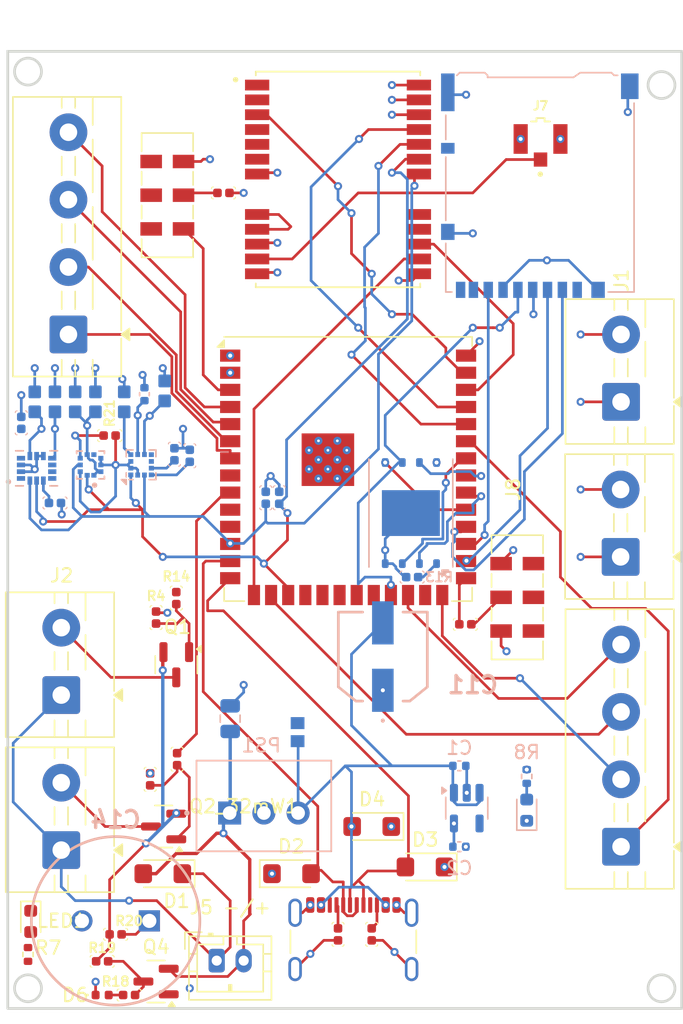
<source format=kicad_pcb>
(kicad_pcb (version 20241229) (generator "pcbnew") (generator_version "9.0")
  (layers (0 "F.Cu" signal) (4 "In1.Cu" power "3V3.Cu") (6 "In2.Cu" power "GND.Cu") (2 "B.Cu" signal) (13 "F.Paste" user) (15 "B.Paste" user) (5 "F.SilkS" user "F.Silkscreen") (7 "B.SilkS" user "B.Silkscreen") (1 "F.Mask" user) (3 "B.Mask" user) (25 "Edge.Cuts" user))
  (net 0 "")
  (net 1 "+5V")
  (net 4 "Net-(Boot1A-B)")
  (net 5 "+7.4V")
  (net 6 "Net-(ESP32S3-IO4)")
  (net 7 "GND")
  (net 8 "+3V3")
  (net 9 "Net-(Boot2A-B)")
  (net 10 "Net-(Boot2A-C)")
  (net 11 "Net-(ESP32S3-IO5)")
  (net 12 "Net-(ESP32S3-IO0)")
  (net 13 "Net-(ESP32S3-IO6)")
  (net 14 "/NEO-6M-GPS/SCL")
  (net 22 "Net-(PowerUpload1-CC2)")
  (net 24 "Net-(PowerUpload1-CC1)")
  (net 28 "/NEO-6M-GPS/SDA")
  (net 29 "/Storage/Digital_IN")
  (net 30 "Net-(ESP32S3-IO7)")
  (net 31 "/Storage/Digital_OUT")
  (net 33 "Net-(IMU6axis1-CS)")
  (net 34 "Net-(IMU6axis1-SDO{slash}SA0)")
  (net 35 "Net-(Magnometer1-SDO{slash}SA1)")
  (net 36 "Net-(Magnometer1-C1)")
  (net 37 "Net-(Magnometer1-~{CS})")
  (net 38 "Net-(BLINKY1-A)")
  (net 39 "Net-(J2-Pin_2)")
  (net 40 "Net-(J6-Pin_2)")
  (net 41 "Net-(OnLight1-A)")
  (net 42 "Net-(Q1-G)")
  (net 48 "/NEO-6M-GPS/GPS_RXD1")
  (net 50 "/NEO-6M-GPS/GPS_TXD1")
  (net 51 "/Storage/CLK")
  (net 52 "/USB_C_PORT/USB_D+")
  (net 53 "/PYRO_N_MOSFET_A1/Pyro")
  (net 54 "/USB_C_PORT/USB_D-")
  (net 55 "/Storage/DAT3{slash}CD")
  (net 57 "/Storage/DAT0")
  (net 58 "/Storage/HOLD{slash}RESET")
  (net 59 "/NEO-6M-GPS/GPS_MOSI")
  (net 60 "/NEO-6M-GPS/TIMEPULSE")
  (net 61 "/Storage/WP")
  (net 63 "/Storage/CMD")
  (net 64 "/NEO-6M-GPS/GPS_MISO")
  (net 65 "Net-(U6-RF_IN)")
  (net 66 "Net-(WSON-8-Flash1-~{CS})")
  (net 72 "Net-(U6-RSVD_8)")
  (net 74 "Net-(ESP32S3-IO46)")
  (net 75 "Net-(ESP32S3-IO47)")
  (net 76 "Net-(ESP32S3-IO45)")
  (net 77 "Net-(ESP32S3-IO42)")
  (net 78 "/LED")
  (net 79 "Net-(Q1-S)")
  (net 80 "Net-(Q2_32mW1-G)")
  (net 81 "Net-(Q4-D)")
  (net 82 "/PYRO_N_MOSFET_A1/Charge_Pyro")
  (net 83 "/POWER_MANAGEMENT/LED")
  (net 84 "/PYRO_N_MOSFET_A1/Pyro2")
  (net 85 "Net-(D6-A)")
  (net 86 "Net-(C14-+)")
  (net 87 "Net-(Barometer1-SDO)")
  (footprint "TerminalBlock:TerminalBlock_MaiXu_MX126-5.0-02P_1x02_P5.00mm" (layer "F.Cu") (at 145.9675 87.5 90)
    (property "Reference" "J8")
    (property "Value" "GND Terminal")
  )
  (footprint "RF_Module:ESP32-S3-WROOM-1U" (layer "F.Cu") (at 125.75 80.98)
    (property "Reference" "ESP32S3" (hide yes))
    (property "Value" "ESP32-S3-WROOM-1U" (hide yes))
  )
  (footprint "LED_SMD:LED_0402_1005Metric" (layer "F.Cu") (at 107.5 120)
    (property "Reference" "D6")
    (property "Value" "RED LED" (hide yes))
  )
  (footprint "Resistor:R0402" (layer "F.Cu") (at 107.5 117.5 90)
    (property "Reference" "R19")
    (property "Value" "1 ohm, 20W" (hide yes))
  )
  (footprint "TerminalBlock:TerminalBlock_MaiXu_MX126-5.0-02P_1x02_P5.00mm" (layer "F.Cu") (at 104.4675 109.25 90)
    (property "Reference" "J6" (hide yes))
    (property "Value" "Screw_Terminal" (hide yes))
  )
  (footprint "Resistor:R0402" (layer "F.Cu") (at 116.5 60.5 90)
    (property "Reference" "R17" (hide yes))
    (property "Value" "10K")
  )
  (footprint "Package_TO_SOT_SMD:SOT-23" (layer "F.Cu") (at 111.5 119 180)
    (property "Reference" "Q4")
    (property "Value" "AO3400A" (hide yes))
  )
  (footprint "Package_TO_SOT_SMD:SOT-23" (layer "F.Cu") (at 113 95.5 -90)
    (property "Reference" "Q1")
    (property "Value" "AO3400A" (hide yes))
  )
  (footprint "Button_Switch_SMD:SW_DPDT_CK_JS202011JCQN" (layer "F.Cu") (at 112.3384 60.67 -90)
    (property "Reference" "Boot2" (hide yes))
    (property "Value" "SW_DPDT_x2" (hide yes))
  )
  (footprint "LED_SMD:LED_0603_1608Metric" (layer "F.Cu") (at 102.2 114.54 -90)
    (property "Reference" "LED1")
    (property "Value" "GREEN LED")
  )
  (footprint "Resistor:R0402" (layer "F.Cu") (at 108.0555 78.5 -90)
    (property "Reference" "R21")
    (property "Value" "10k")
  )
  (footprint "TerminalBlock:TerminalBlock_MaiXu_MX126-5.0-04P_1x04_P5.00mm" (layer "F.Cu") (at 146 109 90)
    (property "Reference" "J4" (hide yes))
    (property "Value" "Screw_Terminal_4x" (hide yes))
  )
  (footprint "Connector_USB:USB_C_Receptacle_GCT_USB4105-xx-A_16P_TopMnt_Horizontal" (layer "F.Cu") (at 126.1384 117)
    (property "Reference" "PowerUpload1" (hide yes))
    (property "Value" "USB_C" (hide yes))
  )
  (footprint "TerminalBlock:TerminalBlock_MaiXu_MX126-5.0-04P_1x04_P5.00mm" (layer "F.Cu") (at 105 71 90)
    (property "Reference" "J3" (hide yes))
    (property "Value" "Screw_Terminal_4x" (hide yes))
  )
  (footprint "Resistor:R0402" (layer "F.Cu") (at 134.4445 92.5 -90)
    (property "Reference" "R5" (hide yes))
    (property "Value" "10k" (hide yes))
  )
  (footprint "Resistor:R0402" (layer "F.Cu") (at 127.5 115.5 180)
    (property "Reference" "R1" (hide yes))
    (property "Value" "5.1k")
  )
  (footprint "Diode_SMD:D_SMF" (layer "F.Cu") (at 121.55 111)
    (property "Reference" "D2")
    (property "Value" "SMF6V0A" (hide yes))
  )
  (footprint "Resistor:R0402" (layer "F.Cu") (at 111.0625 104)
    (property "Reference" "R15" (hide yes))
    (property "Value" "10k")
  )
  (footprint "Button_Switch_SMD:SW_DPDT_CK_JS202011JCQN" (layer "F.Cu") (at 138.3 90.5 90)
    (property "Reference" "Boot1" (hide yes))
    (property "Value" "SW_DPDT_x2" (hide yes))
  )
  (footprint "Resistor:R0402" (layer "F.Cu") (at 125 115.5 180)
    (property "Reference" "R2" (hide yes))
    (property "Value" "5.1k" (hide yes))
  )
  (footprint "Package_TO_SOT_SMD:SOT-23" (layer "F.Cu") (at 112.0625 107.5 180)
    (property "Reference" "Q2_32mW1")
    (property "Value" "AO3400A" (hide yes))
  )
  (footprint "footprints:IPEX_20279-001E-03" (layer "F.Cu") (at 140.025 56.5)
    (property "Reference" "J7")
    (property "Value" "20279-001E-03" (hide yes))
  )
  (footprint "Resistor_SMD:R_0402_1005Metric" (layer "F.Cu") (at 102 116.99 90)
    (property "Reference" "R7")
    (property "Value" "5.4k")
  )
  (footprint "TerminalBlock:TerminalBlock_MaiXu_MX126-5.0-02P_1x02_P5.00mm" (layer "F.Cu") (at 146 76 90)
    (property "Reference" "J1")
    (property "Value" "3v3 Terminal")
  )
  (footprint "Connector_JST:JST_PH_B2B-PH-K_1x02_P2.00mm_Vertical" (layer "F.Cu") (at 116 117.45)
    (property "Reference" "J5 -/+")
    (property "Value" "LIPO PIN")
  )
  (footprint "Resistor:R0402" (layer "F.Cu") (at 113.0625 102.5048)
    (property "Reference" "R16" (hide yes))
    (property "Value" "330" (hide yes))
  )
  (footprint "Resistor:R0402" (layer "F.Cu") (at 108.5 115.5 -90)
    (property "Reference" "R20")
    (property "Value" "147")
  )
  (footprint "Resistor:R0402" (layer "F.Cu") (at 109.5 120 90)
    (property "Reference" "R18")
    (property "Value" "10k")
  )
  (footprint "Resistor:R0402" (layer "F.Cu") (at 113 90.5555)
    (property "Reference" "R14")
    (property "Value" "330")
  )
  (footprint "Resistor:R0402" (layer "F.Cu") (at 111.5 92)
    (property "Reference" "R4")
    (property "Value" "10k")
  )
  (footprint "Diode_SMD:D_SMF" (layer "F.Cu") (at 112 111 180)
    (property "Reference" "D1")
    (property "Value" "SMF9V0A" (hide yes))
  )
  (footprint "Diode_SMD:D_SMF" (layer "F.Cu") (at 131.45 110.5 180)
    (property "Reference" "D3")
    (property "Value" "SMF6V0A")
  )
  (footprint "TerminalBlock:TerminalBlock_MaiXu_MX126-5.0-02P_1x02_P5.00mm" (layer "F.Cu") (at 104.4675 97.75 90)
    (property "Reference" "J2")
    (property "Value" "Screw_Terminal")
  )
  (footprint "Diode_SMD:D_SMF" (layer "F.Cu") (at 127.5 107.5 180)
    (property "Reference" "D4")
    (property "Value" "SMF6V5A")
  )
  (footprint "footprints:XCVR_NEO-6M-GPS" (layer "F.Cu") (at 125 59.5)
    (property "Reference" "U6" (hide yes))
    (property "Value" "NEO-6M-GPS" (hide yes))
  )
  (footprint "Resistor:R0402" (layer "B.Cu") (at 112.8616 79.8855)
    (property "Reference" "R12" (hide yes))
    (property "Value" "10k" (hide yes))
  )
  (footprint "Capacitor_SMD:C_0402_1005Metric" (layer "B.Cu") (at 134 103 180)
    (property "Reference" "C1")
    (property "Value" "1uf")
  )
  (footprint "Capacitor:CAPC1608X90N" (layer "B.Cu") (at 107 76 90)
    (property "Reference" "C9" (hide yes))
    (property "Value" "100nF" (hide yes))
  )
  (footprint "Capacitor:CAPC1608X90N" (layer "B.Cu") (at 109.1384 76 90)
    (property "Reference" "C3" (hide yes))
    (property "Value" "100nF" (hide yes))
  )
  (footprint "Capacitor:CAPC1608X90N" (layer "B.Cu") (at 112.1384 75.19 90)
    (property "Reference" "C7" (hide yes))
    (property "Value" "100nF" (hide yes))
  )
  (footprint "Capacitor_SMD:C_0402_1005Metric" (layer "B.Cu") (at 110.6384 75.43 90)
    (property "Reference" "C6" (hide yes))
    (property "Value" "1uF" (hide yes))
  )
  (footprint "BMP388:PQFN50P200X200X80-10N" (layer "B.Cu") (at 106.6384 80.68 90)
    (property "Reference" "Barometer1" (hide yes))
    (property "Value" "BMP388" (hide yes))
  )
  (footprint "Capacitor_SMD:C_0805_2012Metric" (layer "B.Cu") (at 117 99.5 -90)
    (property "Reference" "C10" (hide yes))
    (property "Value" "10uf 1mOhm")
  )
  (footprint "Resistor:R0402" (layer "B.Cu") (at 120.6384 83.1145)
    (property "Reference" "R3" (hide yes))
    (property "Value" "2.2k" (hide yes))
  )
  (footprint "Capacitor:CAPC1608X90N" (layer "B.Cu") (at 104 76 -90)
    (property "Reference" "C5" (hide yes))
    (property "Value" "100nF" (hide yes))
  )
  (footprint "Connector_Card:microSD_HC_Hirose_DM3AT-SF-PEJM5" (layer "B.Cu") (at 139.97 59.965)
    (property "Reference" "SDCard1" (hide yes))
    (property "Value" "Micro_SD_Card" (hide yes))
  )
  (footprint "footprints:CONV_TPSM84205EAB" (layer "B.Cu") (at 119.5 106.5)
    (property "Reference" "PS1")
    (property "Value" "TPSM84205EAB" (hide yes))
  )
  (footprint "Resistor:R0402" (layer "B.Cu") (at 104 83.5 -90)
    (property "Reference" "R10" (hide yes))
    (property "Value" "10k" (hide yes))
  )
  (footprint "Package_TO_SOT_SMD:SOT-23-5" (layer "B.Cu") (at 134.55 106.1375 -90)
    (property "Reference" "5v1" (hide yes))
    (property "Value" "LP5907MFX-3.3" (hide yes))
  )
  (footprint "Resistor:R0402" (layer "B.Cu") (at 119.6384 83.1145)
    (property "Reference" "R6" (hide yes))
    (property "Value" "2.2k" (hide yes))
  )
  (footprint "Resistor:R0402" (layer "B.Cu") (at 130.5 89 90)
    (property "Reference" "R13")
    (property "Value" "10k")
  )
  (footprint "Resistor:R0402" (layer "B.Cu") (at 101.5 77.5555)
    (property "Reference" "R9" (hide yes))
    (property "Value" "10k" (hide yes))
  )
  (footprint "Capacitor:CAPC1608X90N" (layer "B.Cu") (at 105.5 76 90)
    (property "Reference" "C8" (hide yes))
    (property "Value" "100nF" (hide yes))
  )
  (footprint "Capacitor:CAPPRD500W85D1250H3700" (layer "B.Cu") (at 111 114.5 180)
    (property "Reference" "C14")
    (property "Value" "6800 UF" (hide yes))
  )
  (footprint "Resistor:R0402" (layer "B.Cu") (at 114 80)
    (property "Reference" "R11" (hide yes))
    (property "Value" "10k" (hide yes))
  )
  (footprint "Capacitor_SMD:C_0402_1005Metric" (layer "B.Cu") (at 134 109 180)
    (property "Reference" "C2")
    (property "Value" "1uf")
  )
  (footprint "Capacitor:EEEHP1H4R7P" (layer "B.Cu") (at 128.325 94.895 180)
    (property "Reference" "C11")
    (property "Value" "47uF 3.037mOhm" (hide yes))
  )
  (footprint "LSM6DSOX:PQFN50P250X300X86-14N" (layer "B.Cu") (at 102.6384 80.93)
    (property "Reference" "IMU6axis1" (hide yes))
    (property "Value" "LSM6DSOX" (hide yes))
  )
  (footprint "Package_SON:WSON-8-1EP_8x6mm_P1.27mm_EP3.4x4.3mm" (layer "B.Cu") (at 130.405 84.25 90)
    (property "Reference" "WSON-8-Flash1" (hide yes))
    (property "Value" "U10")
  )
  (footprint "Package_LGA:LGA-12_2x2mm_P0.5mm" (layer "B.Cu") (at 110.3884 80.6675)
    (property "Reference" "Magnometer1" (hide yes))
    (property "Value" "LIS3MDL" (hide yes))
  )
  (footprint "Resistor_SMD:R_0402_1005Metric" (layer "B.Cu") (at 139 103.7875 -90)
    (property "Reference" "R8")
    (property "Value" "5.4k")
  )
  (footprint "LED_SMD:LED_0603_1608Metric" (layer "B.Cu") (at 139 106.2875 90)
    (property "Reference" "OnLight1" (hide yes))
    (property "Value" "RED_LED")
  )
  (footprint "Capacitor:CAPC1608X90N" (layer "B.Cu") (at 102.5 76 -90)
    (property "Reference" "C4" (hide yes))
    (property "Value" "100nF" (hide yes))
  )
  (footprint "Capacitor:CAPC1608X100N" (layer "B.Cu") (at 122 100.5 -90)
    (property "Reference" "C13" (hide yes))
    (property "Value" "06034W476MAT2A" (hide yes))
  )
  (gr_circle (center 102 119.5) (end 102 120.5) (stroke (width 0.2)) (fill no) (layer "Edge.Cuts"))
  (gr_circle (center 102 51.5) (end 102 52.5) (stroke (width 0.2)) (fill no) (layer "Edge.Cuts"))
  (gr_rect (start 100.5 50) (end 150.5 121) (stroke (width 0.2)) (fill no) (layer "Edge.Cuts"))
  (gr_circle (center 149 119.5) (end 149 120.5) (stroke (width 0.2)) (fill no) (layer "Edge.Cuts"))
  (gr_circle (center 149 52.5) (end 149 53.5) (stroke (width 0.2)) (fill no) (layer "Edge.Cuts"))
  (via (at 114 119.5) (size 0.6) (drill 0.3) (layers "F.Cu" "B.Cu") (net 0))
  (via (at 123.7384 113.32) (size 0.6) (drill 0.3) (layers "F.Cu" "B.Cu") (net 1))
  (via (at 126 107.5) (size 0.6) (drill 0.3) (layers "F.Cu" "B.Cu") (net 1))
  (via (at 128.5384 113.32) (size 0.6) (drill 0.3) (layers "F.Cu" "B.Cu") (net 1))
  (segment (start 133.828001 105.8905) (end 133.6 105.662499) (width 0.2) (layer "B.Cu") (net 1))
  (segment (start 133.6 105.662499) (end 133.6 105) (width 0.2) (layer "B.Cu") (net 1))
  (segment (start 128.5384 113.32) (end 127.2184 112) (width 0.2) (layer "B.Cu") (net 1))
  (segment (start 126 94.72) (end 128.325 92.395) (width 0.2) (layer "B.Cu") (net 1))
  (segment (start 126 100) (end 126 94.72) (width 0.2) (layer "B.Cu") (net 1))
  (segment (start 126 103.46) (end 125.54 103) (width 0.2) (layer "B.Cu") (net 1))
  (segment (start 133.52 104.92) (end 133.6 105) (width 0.2) (layer "B.Cu") (net 1))
  (segment (start 129 103) (end 125.54 103) (width 0.2) (layer "B.Cu") (net 1))
  (segment (start 129 103) (end 126 100) (width 0.2) (layer "B.Cu") (net 1))
  (segment (start 125.0584 112) (end 123.7384 113.32) (width 0.2) (layer "B.Cu") (net 1))
  (segment (start 135.5 105) (end 135.5 105.662499) (width 0.2) (layer "B.Cu") (net 1))
  (segment (start 127.2184 112) (end 126 112) (width 0.2) (layer "B.Cu") (net 1))
  (segment (start 133.52 103) (end 133.52 104.92) (width 0.2) (layer "B.Cu") (net 1))
  (segment (start 126 112) (end 125.0584 112) (width 0.2) (layer "B.Cu") (net 1))
  (segment (start 122.04 101.21) (end 122 101.17) (width 0.2) (layer "B.Cu") (net 1))
  (segment (start 126 107.5) (end 126 103.46) (width 0.2) (layer "B.Cu") (net 1))
  (segment (start 125.54 103) (end 122.04 106.5) (width 0.2) (layer "B.Cu") (net 1))
  (segment (start 133.52 103) (end 129 103) (width 0.2) (layer "B.Cu") (net 1))
  (segment (start 126 112) (end 126 107.5) (width 0.2) (layer "B.Cu") (net 1))
  (segment (start 135.5 105.662499) (end 135.271999 105.8905) (width 0.2) (layer "B.Cu") (net 1))
  (segment (start 135.271999 105.8905) (end 133.828001 105.8905) (width 0.2) (layer "B.Cu") (net 1))
  (segment (start 122.04 106.5) (end 122.04 101.21) (width 0.2) (layer "B.Cu") (net 1))
  (segment (start 135.1 92.5) (end 134.889 92.5) (width 0.2) (layer "F.Cu") (net 4))
  (segment (start 137.1 90.5) (end 135.1 92.5) (width 0.2) (layer "F.Cu") (net 4))
  (segment (start 113.0135 118.626) (end 112.4375 118.05) (width 0.2) (layer "F.Cu") (net 5))
  (segment (start 118 114.5) (end 118 117.45) (width 0.2) (layer "F.Cu") (net 5))
  (segment (start 116.5 108) (end 116 108) (width 0.25) (layer "F.Cu") (net 5))
  (segment (start 116.824 118.626) (end 113.0135 118.626) (width 0.2) (layer "F.Cu") (net 5))
  (segment (start 118 117.45) (end 116.824 118.626) (width 0.2) (layer "F.Cu") (net 5))
  (segment (start 116 108) (end 114.5 109.5) (width 0.25) (layer "F.Cu") (net 5))
  (segment (start 111.5 111) (end 110.55 111) (width 0.25) (layer "F.Cu") (net 5))
  (segment (start 118.45 109.95) (end 118.45 114) (width 0.25) (layer "F.Cu") (net 5))
  (segment (start 116.5 108) (end 118.45 109.95) (width 0.25) (layer "F.Cu") (net 5))
  (segment (start 114.5 109.5) (end 113 109.5) (width 0.25) (layer "F.Cu") (net 5))
  (segment (start 118.5 114) (end 118 114.5) (width 0.2) (layer "F.Cu") (net 5))
  (segment (start 113 109.5) (end 111.5 111) (width 0.25) (layer "F.Cu") (net 5))
  (via (at 116.5 108) (size 0.6) (drill 0.3) (layers "F.Cu" "B.Cu") (net 5))
  (segment (start 116.5 108) (end 116.5 106.96) (width 0.25) (layer "B.Cu") (net 5))
  (segment (start 116.5 106.96) (end 116.96 106.5) (width 0.25) (layer "B.Cu") (net 5))
  (segment (start 116.96 106.04) (end 117 106) (width 0.25) (layer "B.Cu") (net 5))
  (segment (start 116.96 106.5) (end 116.96 106.04) (width 0.25) (layer "B.Cu") (net 5))
  (segment (start 117 106) (end 117 100.45) (width 0.25) (layer "B.Cu") (net 5))
  (segment (start 107.5 58.5) (end 105 56) (width 0.2) (layer "F.Cu") (net 6))
  (segment (start 117 76.38) (end 115.087724 76.38) (width 0.2) (layer "F.Cu") (net 6))
  (segment (start 113.656 68.0498) (end 107.5 61.8938) (width 0.2) (layer "F.Cu") (net 6))
  (segment (start 115.087724 76.38) (end 113.656 74.948276) (width 0.2) (layer "F.Cu") (net 6))
  (segment (start 107.5 61.8938) (end 107.5 58.5) (width 0.2) (layer "F.Cu") (net 6))
  (segment (start 113.656 74.948276) (end 113.656 68.0498) (width 0.2) (layer "F.Cu") (net 6))
  (segment (start 112.3375 91.645) (end 111.5895 91.645) (width 0.2) (layer "F.Cu") (net 7))
  (segment (start 111.55 113) (end 116 117.45) (width 0.2) (layer "F.Cu") (net 7))
  (segment (start 107.015 120) (end 107.015 119.015) (width 0.2) (layer "F.Cu") (net 7))
  (segment (start 121.8184 113.895) (end 122.3634 113.895) (width 0.2) (layer "F.Cu") (net 7))
  (segment (start 115 58) (end 114.83 58.17) (width 0.2) (layer "F.Cu") (net 7))
  (segment (start 120.5 59) (end 119.1 59) (width 0.2) (layer "F.Cu") (net 7))
  (segment (start 122.3634 113.895) (end 122.9384 113.32) (width 0.2) (layer "F.Cu") (net 7))
  (segment (start 108.5 78.5) (end 108.5 80.68) (width 0.2) (layer "F.Cu") (net 7))
  (segment (start 109.5 113) (end 111.55 113) (width 0.2) (layer "F.Cu") (net 7))
  (segment (start 135.5 71.57) (end 134.5 72.57) (width 0.2) (layer "F.Cu") (net 7))
  (segment (start 120.5 66.4) (end 119.1 66.4) (width 0.2) (layer "F.Cu") (net 7))
  (segment (start 145.9675 87.5) (end 143 87.5) (width 0.2) (layer "F.Cu") (net 7))
  (segment (start 117 116.45) (end 116 117.45) (width 0.2) (layer "F.Cu") (net 7))
  (segment (start 128.3279 115.9445) (end 127.5 115.9445) (width 0.2) (layer "F.Cu") (net 7))
  (segment (start 122.9467 116.9467) (end 123.9489 115.9445) (width 0.2) (layer "F.Cu") (net 7))
  (segment (start 137.1 93) (end 137.1 94.1) (width 0.2) (layer "F.Cu") (net 7))
  (segment (start 129.1917 116.8083) (end 130.4584 118.075) (width 0.2) (layer "F.Cu") (net 7))
  (segment (start 129 52.5) (end 131 52.5) (width 0.2) (layer "F.Cu") (net 7))
  (segment (start 145.9675 82.5) (end 143 82.5) (width 0.2) (layer "F.Cu") (net 7))
  (segment (start 111.5895 91.645) (end 111.5 91.5555) (width 0.2) (layer "F.Cu") (net 7))
  (segment (start 115 111) (end 117 113) (width 0.2) (layer "F.Cu") (net 7))
  (segment (start 115.5 58) (end 115 58) (width 0.2) (layer "F.Cu") (net 7))
  (segment (start 137.1 94.1) (end 137.5 94.5) (width 0.2) (layer "F.Cu") (net 7))
  (segment (start 120.5 64.2) (end 119.1 64.2) (width 0.2) (layer "F.Cu") (net 7))
  (segment (start 119.1 66.4) (end 119 66.5) (width 0.2) (layer "F.Cu") (net 7))
  (segment (start 119.1 64.2) (end 119 64.3) (width 0.2) (layer "F.Cu") (net 7))
  (segment (start 130.5 67) (end 131 66.5) (width 0.2) (layer "F.Cu") (net 7))
  (segment (start 129.1917 116.8083) (end 128.3279 115.9445) (width 0.2) (layer "F.Cu") (net 7))
  (segment (start 114.83 58.17) (end 113.5384 58.17) (width 0.2) (layer "F.Cu") (net 7))
  (segment (start 130.4584 113.895) (end 129.9134 113.895) (width 0.2) (layer "F.Cu") (net 7))
  (segment (start 135.5 71.5) (end 135.5 71.57) (width 0.2) (layer "F.Cu") (net 7))
  (segment (start 117 113) (end 117 116.45) (width 0.2) (layer "F.Cu") (net 7))
  (segment (start 119.1 59) (end 119 59.1) (width 0.2) (layer "F.Cu") (net 7))
  (segment (start 122.9467 116.9467) (end 121.8184 118.075) (width 0.2) (layer "F.Cu") (net 7))
  (segment (start 129.9134 113.895) (end 129.3384 113.32) (width 0.2) (layer "F.Cu") (net 7))
  (segment (start 129.5 67) (end 130.5 67) (width 0.2) (layer "F.Cu") (net 7))
  (segment (start 123.9489 115.9445) (end 125 115.9445) (width 0.2) (layer "F.Cu") (net 7))
  (segment (start 115 111) (end 113.45 111) (width 0.2) (layer "F.Cu") (net 7))
  (via (at 120.5 59) (size 0.6) (drill 0.3) (layers "F.Cu" "B.Cu") (net 7))
  (via (at 109 74.31) (size 0.6) (drill 0.3) (layers "F.Cu" "B.Cu") (net 7))
  (via (at 112 73.5) (size 0.6) (drill 0.3) (layers "F.Cu" "B.Cu") (net 7))
  (via (at 139 107.075) (size 0.6) (drill 0.3) (layers "F.Cu" "B.Cu") (net 7))
  (via (at 107 73.5) (size 0.6) (drill 0.3) (layers "F.Cu" "B.Cu") (net 7))
  (via (at 118 97) (size 0.6) (drill 0.3) (layers "F.Cu" "B.Cu") (net 7))
  (via (at 134.5 53.216359) (size 0.6) (drill 0.3) (layers "F.Cu" "B.Cu") (net 7))
  (via (at 143 82.5) (size 0.6) (drill 0.3) (layers "F.Cu" "B.Cu") (net 7))
  (via (at 104 73.5) (size 0.6) (drill 0.3) (layers "F.Cu" "B.Cu") (net 7))
  (via (at 122.9384 113.32) (size 0.6) (drill 0.3) (layers "F.Cu" "B.Cu") (net 7))
  (via (at 105.5 73.5) (size 0.6) (drill 0.3) (layers "F.Cu" "B.Cu") (net 7))
  (via (at 108.5 80.68) (size 0.6) (drill 0.3) (layers "F.Cu" "B.Cu") (net 7))
  (via (at 129.1917 116.8083) (size 0.6) (drill 0.3) (layers "F.Cu" "B.Cu") (net 7))
  (via (at 129.3384 113.32) (size 0.6) (drill 0.3) (layers "F.Cu" "B.Cu") (net 7))
  (via (at 128.95 107.5) (size 0.6) (drill 0.3) (layers "F.Cu" "B.Cu") (net 7))
  (via (at 128.5 87) (size 0.6) (drill 0.3) (layers "F.Cu" "B.Cu") (net 7))
  (via (at 129 52.5) (size 0.6) (drill 0.3) (layers "F.Cu" "B.Cu") (net 7))
  (via (at 111.0625 103.5555) (size 0.6) (drill 0.3) (layers "F.Cu" "B.Cu") (net 7))
  (via (at 107.015 119.015) (size 0.6) (drill 0.3) (layers "F.Cu" "B.Cu") (net 7))
  (via (at 135 63.5) (size 0.6) (drill 0.3) (layers "F.Cu" "B.Cu") (net 7))
  (via (at 120.1 111) (size 0.6) (drill 0.3) (layers "F.Cu" "B.Cu") (net 7))
  (via (at 134.55 105) (size 0.6) (drill 0.3) (layers "F.Cu" "B.Cu") (net 7))
  (via (at 115.5 58) (size 0.6) (drill 0.3) (layers "F.Cu" "B.Cu") (net 7))
  (via (at 112.3375 91.645) (size 0.6) (drill 0.3) (layers "F.Cu" "B.Cu") (net 7))
  (via (at 141.5 56.5) (size 0.6) (drill 0.3) (layers "F.Cu" "B.Cu") (net 7))
  (via (at 122.9467 116.9467) (size 0.6) (drill 0.3) (layers "F.Cu" "B.Cu") (net 7))
  (via (at 134.48 109) (size 0.6) (drill 0.3) (layers "F.Cu" "B.Cu") (net 7))
  (via (at 143 87.5) (size 0.6) (drill 0.3) (layers "F.Cu" "B.Cu") (net 7))
  (via (at 137.5 94.5) (size 0.6) (drill 0.3) (layers "F.Cu" "B.Cu") (net 7))
  (via (at 120.5 66.4) (size 0.6) (drill 0.3) (layers "F.Cu" "B.Cu") (net 7))
  (via (at 129.5 67) (size 0.6) (drill 0.3) (layers "F.Cu" "B.Cu") (net 7))
  (via (at 109.5 113) (size 0.6) (drill 0.3) (layers "F.Cu" "B.Cu") (net 7))
  (via (at 132.9 110.5) (size 0.6) (drill 0.3) (layers "F.Cu" "B.Cu") (net 7))
  (via (at 140.5 65.5) (size 0.6) (drill 0.3) (layers "F.Cu" "B.Cu") (net 7))
  (via (at 128.325 97.395) (size 0.6) (drill 0.3) (layers "F.Cu" "B.Cu") (net 7))
  (via (at 120.5 64.2) (size 0.6) (drill 0.3) (layers "F.Cu" "B.Cu") (net 7))
  (via (at 117 72.57) (size 0.6) (drill 0.3) (layers "F.Cu" "B.Cu") (net 7))
  (via (at 138.55 56.5) (size 0.6) (drill 0.3) (layers "F.Cu" "B.Cu") (net 7))
  (via (at 135.5 71.5) (size 0.6) (drill 0.3) (layers "F.Cu" "B.Cu") (net 7))
  (via (at 102.5 81) (size 0.6) (drill 0.3) (layers "F.Cu" "B.Cu") (net 7))
  (via (at 102.5 73.5) (size 0.6) (drill 0.3) (layers "F.Cu" "B.Cu") (net 7))
  (via (at 110.5 74) (size 0.6) (drill 0.3) (layers "F.Cu" "B.Cu") (net 7))
  (via (at 146.5 54.5) (size 0.6) (drill 0.3) (layers "F.Cu" "B.Cu") (net 7))
  (segment (start 134.55 103.07) (end 134.48 103) (width 0.2) (layer "B.Cu") (net 7))
  (segment (start 144.295 67.69) (end 142.105 65.5) (width 0.2) (layer "B.Cu") (net 7))
  (segment (start 106.672 84.172) (end 107.328 84.172) (width 0.2) (layer "B.Cu") (net 7))
  (segment (start 102.5 81) (end 102.18 80.68) (width 0.2) (layer "B.Cu") (net 7))
  (segment (start 109.1384 74.4484) (end 109 74.31) (width 0.2) (layer "B.Cu") (net 7))
  (segment (start 129.0555 88) (end 128.5 88) (width 0.2) (layer "B.Cu") (net 7))
  (segment (start 118 97.55) (end 117 98.55) (width 0.2) (layer "B.Cu") (net 7))
  (segment (start 110.1384 81.43) (end 110.1384 81.0425) (width 0.2) (layer "B.Cu") (net 7))
  (segment (start 128.5 87) (end 128.5 88) (width 0.2) (layer "B.Cu") (net 7))
  (segment (start 100.901 101.3165) (end 100.901 105.6835) (width 0.2) (layer "B.Cu") (net 7))
  (segment (start 108.5 80.68) (end 107.4034 80.68) (width 0.2) (layer "B.Cu") (net 7))
  (segment (start 105.5 113) (end 104.4675 111.9675) (width 0.2) (layer "B.Cu") (net 7))
  (segment (start 110.1384 81.0425) (end 110.0134 80.9175) (width 0.2) (layer "B.Cu") (net 7))
  (segment (start 134.5 53.216359) (end 133.321359 53.216359) (width 0.2) (layer "B.Cu") (net 7))
  (segment (start 105.8734 83.3734) (end 106.672 84.172) (width 0.2) (layer "B.Cu") (net 7))
  (segment (start 130.0555 89) (end 129.942318 89) (width 0.2) (layer "B.Cu") (net 7))
  (segment (start 129.942318 89) (end 129.292 88.349682) (width 0.2) (layer "B.Cu") (net 7))
  (segment (start 109.6259 80.4425) (end 109.3884 80.68) (width 0.2) (layer "B.Cu") (net 7))
  (segment (start 101.4784 81.18) (end 102.32 81.18) (width 0.2) (layer "B.Cu") (net 7))
  (segment (start 134.55 105) (end 134.55 103.07) (width 0.2) (layer "B.Cu") (net 7))
  (segment (start 109.6259 80.4175) (end 109.6259 80.4425) (width 0.2) (layer "B.Cu") (net 7))
  (segment (start 102.60875 107.39125) (end 105 109.7825) (width 0.2) (layer "B.Cu") (net 7))
  (segment (start 140.5 65.5) (end 139.185 65.5) (width 0.2) (layer "B.Cu") (net 7))
  (segment (start 139.185 65.5) (end 137.245 67.44) (width 0.2) (layer "B.Cu") (net 7))
  (segment (start 110.0134 80.9175) (end 109.6259 80.9175) (width 0.2) (layer "B.Cu") (net 7))
  (segment (start 104.4675 97.75) (end 100.901 101.3165) (width 0.2) (layer "B.Cu") (net 7))
  (segment (start 102.5 73.5) (end 102.5 75.26) (width 0.2) (layer "B.Cu") (net 7))
  (segment (start 104.4675 111.9675) (end 104.4675 109.25) (width 0.2) (layer "B.Cu") (net 7))
  (segment (start 107.4034 80.68) (end 107.4034 80.18) (width 0.2) (layer "B.Cu") (net 7))
  (segment (start 107 73.5) (end 107 75.26) (width 0.2) (layer "B.Cu") (net 7))
  (segment (start 112.1384 74.45) (end 112.1384 73.6384) (width 0.2) (layer "B.Cu") (net 7))
  (segment (start 146.5 54.5) (end 146.5 52.735) (width 0.2) (layer "B.Cu") (net 7))
  (segment (start 107.328 84.172) (end 108.5 83) (width 0.2) (layer "B.Cu") (net 7))
  (segment (start 105.5 73.5) (end 105.5 75.26) (width 0.2) (layer "B.Cu") (net 7))
  (segment (start 108.5 83) (end 108.5 80.68) (width 0.2) (layer "B.Cu") (net 7))
  (segment (start 129.292 88.349682) (end 129.292 88.2365) (width 0.2) (layer "B.Cu") (net 7))
  (segment (start 102.18 80.68) (end 101.4784 80.68) (width 0.2) (layer "B.Cu") (net 7))
  (segment (start 142.105 65.5) (end 140.5 65.5) (width 0.2) (layer "B.Cu") (net 7))
  (segment (start 112.1384 73.6384) (end 112 73.5) (width 0.2) (layer "B.Cu") (net 7))
  (segment (start 135 63.5) (end 133.255 63.5) (width 0.2) (layer "B.Cu") (net 7))
  (segment (start 133.321359 53.216359) (end 133.145 53.04) (width 0.2) (layer "B.Cu") (net 7))
  (segment (start 128.5 86.155) (end 130.405 84.25) (width 0.2) (layer "B.Cu") (net 7))
  (segment (start 104 73.5) (end 104 75.26) (width 0.2) (layer "B.Cu") (net 7))
  (segment (start 110.6384 74.1384) (end 110.5 74) (width 0.2) (layer "B.Cu") (net 7))
  (segment (start 102.6384 80.8616) (end 102.5 81) (width 0.2) (layer "B.Cu") (net 7))
  (segment (start 129.292 88.2365) (end 129.0555 88) (width 0.2) (layer "B.Cu") (net 7))
  (segment (start 109.5 113) (end 105.5 113) (width 0.2) (layer "B.Cu") (net 7))
  (segment (start 105.8734 81.18) (end 105.8734 83.3734) (width 0.2) (layer "B.Cu") (net 7))
  (segment (start 102.6384 80.02) (end 102.6384 80.8616) (width 0.2) (layer "B.Cu") (net 7))
  (segment (start 137.245 67.44) (end 137.245 67.69) (width 0.2) (layer "B.Cu") (net 7))
  (segment (start 109.6259 80.9175) (end 109.3884 80.68) (width 0.2) (layer "B.Cu") (net 7))
  (segment (start 109.1384 75.26) (end 109.1384 74.4484) (width 0.2) (layer "B.Cu") (net 7))
  (segment (start 128.5 87) (end 128.5 86.155) (width 0.2) (layer "B.Cu") (net 7))
  (segment (start 103.1384 80.02) (end 102.6384 80.02) (width 0.2) (layer "B.Cu") (net 7))
  (segment (start 100.901 105.6835) (end 102.60875 107.39125) (width 0.2) (layer "B.Cu") (net 7))
  (segment (start 133.255 63.5) (end 133.145 63.39) (width 0.2) (layer "B.Cu") (net 7))
  (segment (start 110.6384 74.95) (end 110.6384 74.1384) (width 0.2) (layer "B.Cu") (net 7))
  (segment (start 102.60875 107.39125) (end 104.4675 109.25) (width 0.2) (layer "B.Cu") (net 7))
  (segment (start 146.5 52.735) (end 146.645 52.59) (width 0.2) (layer "B.Cu") (net 7))
  (segment (start 118 97) (end 118 97.55) (width 0.2) (layer "B.Cu") (net 7))
  (segment (start 109.3884 80.68) (end 108.5 80.68) (width 0.2) (layer "B.Cu") (net 7))
  (segment (start 102.32 81.18) (end 102.5 81) (width 0.2) (layer "B.Cu") (net 7))
  (segment (start 137.1 87.9) (end 138 87) (width 0.2) (layer "F.Cu") (net 8))
  (segment (start 146 71) (end 143 71) (width 0.2) (layer "F.Cu") (net 8))
  (segment (start 129 53.6) (end 131 53.6) (width 0.2) (layer "F.Cu") (net 8))
  (segment (start 118 60.5) (end 116.9445 60.5) (width 0.2) (layer "F.Cu") (net 8))
  (segment (start 137.1 88) (end 137.1 87.9) (width 0.2) (layer "F.Cu") (net 8))
  (segment (start 146 76) (end 143 76) (width 0.2) (layer "F.Cu") (net 8))
  (segment (start 129 54.7) (end 131 54.7) (width 0.2) (layer "F.Cu") (net 8))
  (via (at 104 78) (size 0.6) (drill 0.3) (layers "F.Cu" "B.Cu") (net 8))
  (via (at 104.5 84.350354) (size 0.6) (drill 0.3) (layers "F.Cu" "B.Cu") (net 8))
  (via (at 143 76) (size 0.6) (drill 0.3) (layers "F.Cu" "B.Cu") (net 8))
  (via (at 132.31 80.5) (size 0.6) (drill 0.3) (layers "F.Cu" "B.Cu") (net 8))
  (via (at 139 103.2775) (size 0.6) (drill 0.3) (layers "F.Cu" "B.Cu") (net 8))
  (via (at 138 87) (size 0.6) (drill 0.3) (layers "F.Cu" "B.Cu") (net 8))
  (via (at 133.6 107.275) (size 0.6) (drill 0.3) (layers "F.Cu" "B.Cu") (net 8))
  (via (at 103 78) (size 0.6) (drill 0.3) (layers "F.Cu" "B.Cu") (net 8))
  (via (at 111.0342 77.0342) (size 0.6) (drill 0.3) (layers "F.Cu" "B.Cu") (net 8))
  (via (at 120 81.5) (size 0.6) (drill 0.3) (layers "F.Cu" "B.Cu") (net 8))
  (via (at 101.5 75.5) (size 0.6) (drill 0.3) (layers "F.Cu" "B.Cu") (net 8))
  (via (at 117 73.84) (size 0.6) (drill 0.3) (layers "F.Cu" "B.Cu") (net 8))
  (via (at 106.3884 77.76) (size 0.6) (drill 0.3) (layers "F.Cu" "B.Cu") (net 8))
  (via (at 129 53.6) (size 0.6) (drill 0.3) (layers "F.Cu" "B.Cu") (net 8))
  (via (at 118 60.5) (size 0.6) (drill 0.3) (layers "F.Cu" "B.Cu") (net 8))
  (via (at 139.5 69.5) (size 0.6) (drill 0.3) (layers "F.Cu" "B.Cu") (net 8))
  (via (at 129 54.7) (size 0.6) (drill 0.3) (layers "F.Cu" "B.Cu") (net 8))
  (via (at 143 71) (size 0.6) (drill 0.3) (layers "F.Cu" "B.Cu") (net 8))
  (via (at 110.1384 77) (size 0.6) (drill 0.3) (layers "F.Cu" "B.Cu") (net 8))
  (via (at 113.5 78) (size 0.6) (drill 0.3) (layers "F.Cu" "B.Cu") (net 8))
  (segment (start 112.8616 79.441) (end 113.5 79.441) (width 0.2) (layer "B.Cu") (net 8))
  (segment (start 106.7914 80.318) (end 106.61275 80.318) (width 0.2) (layer "B.Cu") (net 8))
  (segment (start 106.4704 80.17565) (end 106.4704 79.997) (width 0.2) (layer "B.Cu") (net 8))
  (segment (start 107.4034 81.18) (end 107.1534 81.18) (width 0.2) (layer "B.Cu") (net 8))
  (segment (start 107.12775 81.083) (end 106.9854 80.94065) (width 0.2) (layer "B.Cu") (net 8))
  (segment (start 113.8855 79.441) (end 114 79.5555) (width 0.2) (layer "B.Cu") (net 8))
  (segment (start 101.5 75.5) (end 101.5 77.111) (width 0.2) (layer "B.Cu") (net 8))
  (segment (start 104.5 84.350354) (end 104.5 83.5555) (width 0.2) (layer "B.Cu") (net 8))
  (segment (start 139.5 69.5) (end 139.5 67.745) (width 0.2) (layer "B.Cu") (net 8))
  (segment (start 102.1384 78.8616) (end 102.1384 80.02) (width 0.2) (layer "B.Cu") (net 8))
  (segment (start 110.1384 77) (end 110.1384 79.905) (width 0.2) (layer "B.Cu") (net 8))
  (segment (start 104 76.5) (end 104 79.9784) (width 0.2) (layer "B.Cu") (net 8))
  (segment (start 110.1384 76.41) (end 110.6384 75.91) (width 0.2) (layer "B.Cu") (net 8))
  (segment (start 106.3884 77.6284) (end 105.5 76.74) (width 0.2) (layer "B.Cu") (net 8))
  (segment (start 107.1534 81.18) (end 107.1534 81.083) (width 0.2) (layer "B.Cu") (net 8))
  (segment (start 106.3884 77.3516) (end 107 76.74) (width 0.2) (layer "B.Cu") (net 8))
  (segment (start 111.0342 77.0342) (end 110.6384 77.43) (width 0.2) (layer "B.Cu") (net 8))
  (segment (start 133.6 107.275) (end 133.6 108.92) (width 0.2) (layer "B.Cu") (net 8))
  (segment (start 120.6384 82.67) (end 120.6384 82.1384) (width 0.2) (layer "B.Cu") (net 8))
  (segment (start 106.9854 80.512) (end 106.7914 80.318) (width 0.2) (layer "B.Cu") (net 8))
  (segment (start 106.3884 77.76) (end 106.3884 77.6284) (width 0.2) (layer "B.Cu") (net 8))
  (segment (start 106.4704 79.997) (end 106.3884 79.915) (width 0.2) (layer "B.Cu") (net 8))
  (segment (start 103 78) (end 102.1384 78.8616) (width 0.2) (layer "B.Cu") (net 8))
  (segment (start 113.5 79.441) (end 113.5 78) (width 0.2) (layer "B.Cu") (net 8))
  (segment (start 106.61275 80.318) (end 106.4704 80.17565) (width 0.2) (layer "B.Cu") (net 8))
  (segment (start 110.6384 77.43) (end 110.6384 79.905) (width 0.2) (layer "B.Cu") (net 8))
  (segment (start 110.1384 77) (end 110.1384 76.41) (width 0.2) (layer "B.Cu") (net 8))
  (segment (start 103 78) (end 103 77.24) (width 0.2) (layer "B.Cu") (net 8))
  (segment (start 111.0342 77.0342) (end 112.1384 75.93) (width 0.2) (layer "B.Cu") (net 8))
  (segment (start 113.5 79.441) (end 113.8855 79.441) (width 0.2) (layer "B.Cu") (net 8))
  (segment (start 103 77.24) (end 102.5 76.74) (width 0.2) (layer "B.Cu") (net 8))
  (segment (start 139.5 67.745) (end 139.445 67.69) (width 0.2) (layer "B.Cu") (net 8))
  (segment (start 106.9854 80.94065) (end 106.9854 80.512) (width 0.2) (layer "B.Cu") (net 8))
  (segment (start 119.6384 81.8616) (end 119.6384 82.67) (width 0.2) (layer "B.Cu") (net 8))
  (segment (start 120.6384 82.1384) (end 120 81.5) (width 0.2) (layer "B.Cu") (net 8))
  (segment (start 106.3884 79.915) (end 106.3884 77.5) (width 0.2) (layer "B.Cu") (net 8))
  (segment (start 120 81.5) (end 119.6384 81.8616) (width 0.2) (layer "B.Cu") (net 8))
  (segment (start 107.1534 81.18) (end 106.8884 81.445) (width 0.2) (layer "B.Cu") (net 8))
  (segment (start 107.1534 81.083) (end 107.12775 81.083) (width 0.2) (layer "B.Cu") (net 8))
  (segment (start 104.5 83.5555) (end 104.4445 83.5) (width 0.2) (layer "B.Cu") (net 8))
  (segment (start 104 79.9784) (end 103.7984 80.18) (width 0.2) (layer "B.Cu") (net 8))
  (segment (start 133.6 108.92) (end 133.52 109) (width 0.2) (layer "B.Cu") (net 8))
  (segment (start 106.3884 77.76) (end 106.3884 77.3516) (width 0.2) (layer "B.Cu") (net 8))
  (segment (start 104 76.74) (end 104 78) (width 0.2) (layer "B.Cu") (net 8))
  (segment (start 113.7084 60.5) (end 113.5384 60.67) (width 0.2) (layer "F.Cu") (net 9))
  (segment (start 116.0555 60.5) (end 113.7084 60.5) (width 0.2) (layer "F.Cu") (net 9))
  (segment (start 113.5384 63.17) (end 115 64.6316) (width 0.2) (layer "F.Cu") (net 10))
  (segment (start 116.11 75.11) (end 117 75.11) (width 0.2) (layer "F.Cu") (net 10))
  (segment (start 115 64.6316) (end 115 74) (width 0.2) (layer "F.Cu") (net 10))
  (segment (start 115 74) (end 116.11 75.11) (width 0.2) (layer "F.Cu") (net 10))
  (segment (start 117 77.65) (end 116.7 77.65) (width 0.2) (layer "F.Cu") (net 11))
  (segment (start 113.328 69.328) (end 105 61) (width 0.2) (layer "F.Cu") (net 11))
  (segment (start 116.55 77.5) (end 115.743862 77.5) (width 0.2) (layer "F.Cu") (net 11))
  (segment (start 113.328 75.084138) (end 113.328 69.328) (width 0.2) (layer "F.Cu") (net 11))
  (segment (start 115.743862 77.5) (end 113.328 75.084138) (width 0.2) (layer "F.Cu") (net 11))
  (segment (start 116.7 77.65) (end 116.55 77.5) (width 0.2) (layer "F.Cu") (net 11))
  (segment (start 134 89.58) (end 134.5 89.08) (width 0.2) (layer "F.Cu") (net 12))
  (segment (start 134 92.5) (end 134 89.58) (width 0.2) (layer "F.Cu") (net 12))
  (segment (start 113 72.514476) (end 113 75.22) (width 0.2) (layer "F.Cu") (net 13))
  (segment (start 116.7 78.92) (end 117 78.92) (width 0.2) (layer "F.Cu") (net 13))
  (segment (start 113 75.22) (end 116.7 78.92) (width 0.2) (layer "F.Cu") (net 13))
  (segment (start 106.485524 66) (end 105 66) (width 0.2) (layer "F.Cu") (net 13))
  (segment (start 113 72.514476) (end 106.485524 66) (width 0.2) (layer "F.Cu") (net 13))
  (segment (start 121.25 86.25) (end 119.5 88) (width 0.2) (layer "F.Cu") (net 14))
  (segment (start 121.305 89.805) (end 121.305 90.33) (width 0.2) (layer "F.Cu") (net 14))
  (segment (start 108 84) (end 110.5 84) (width 0.2) (layer "F.Cu") (net 14))
  (segment (start 130 58) (end 131 58) (width 0.2) (layer "F.Cu") (net 14))
  (segment (start 121.25 84.25) (end 121.25 86.25) (width 0.2) (layer "F.Cu") (net 14))
  (segment (start 129 59) (end 130 58) (width 0.2) (layer "F.Cu") (net 14))
  (segment (start 110.5 86) (end 112 87.5) (width 0.2) (layer "F.Cu") (net 14))
  (segment (start 105.622646 84.877354) (end 106.5 84) (width 0.2) (layer "F.Cu") (net 14))
  (segment (start 119.5 88) (end 121.305 89.805) (width 0.2) (layer "F.Cu") (net 14))
  (segment (start 106.5 82.5) (end 108 84) (width 0.2) (layer "F.Cu") (net 14))
  (segment (start 103.122646 84.877354) (end 105.622646 84.877354) (width 0.2) (layer "F.Cu") (net 14))
  (segment (start 110.5 84) (end 110.5 86) (width 0.2) (layer "F.Cu") (net 14))
  (segment (start 106.5 84) (end 108 84) (width 0.2) (layer "F.Cu") (net 14))
  (segment (start 110 83.5) (end 110.5 84) (width 0.2) (layer "F.Cu") (net 14))
  (via (at 129 59) (size 0.6) (drill 0.3) (layers "F.Cu" "B.Cu") (net 14))
  (via (at 112 87.5) (size 0.6) (drill 0.3) (layers "F.Cu" "B.Cu") (net 14))
  (via (at 121.25 84.25) (size 0.6) (drill 0.3) (layers "F.Cu" "B.Cu") (net 14))
  (via (at 119.5 88) (size 0.6) (drill 0.3) (layers "F.Cu" "B.Cu") (net 14))
  (via (at 106.5 82.5) (size 0.6) (drill 0.3) (layers "F.Cu" "B.Cu") (net 14))
  (via (at 110 83.5) (size 0.6) (drill 0.3) (layers "F.Cu" "B.Cu") (net 14))
  (via (at 103.122646 84.877354) (size 0.6) (drill 0.3) (layers "F.Cu" "B.Cu") (net 14))
  (segment (start 102.6384 84.1384) (end 102.6384 81.84) (width 0.2) (layer "B.Cu") (net 14))
  (segment (start 120.6384 83.6384) (end 121.25 84.25) (width 0.2) (layer "B.Cu") (net 14))
  (segment (start 103.122646 84.877354) (end 103.122646 84.622646) (width 0.2) (layer "B.Cu") (net 14))
  (segment (start 106.3884 81.445) (end 106.3884 82.3884) (width 0.2) (layer "B.Cu") (net 14))
  (segment (start 120.6384 83.559) (end 120.6384 83.6384) (width 0.2) (layer "B.Cu") (net 14))
  (segment (start 109.6259 83.1259) (end 110 83.5) (width 0.2) (layer "B.Cu") (net 14))
  (segment (start 121.1839 83.0135) (end 120.6384 83.559) (width 0.2) (layer "B.Cu") (net 14))
  (segment (start 130.144 69.856) (end 121.1839 78.8161) (width 0.2) (layer "B.Cu") (net 14))
  (segment (start 106.3884 82.3884) (end 106.5 82.5) (width 0.2) (layer "B.Cu") (net 14))
  (segment (start 112 87.5) (end 119 87.5) (width 0.2) (layer "B.Cu") (net 14))
  (segment (start 129 59) (end 129.651862 59) (width 0.2) (layer "B.Cu") (net 14))
  (segment (start 130.144 59.492138) (end 130.144 69.856) (width 0.2) (layer "B.Cu") (net 14))
  (segment (start 129.651862 59) (end 130.144 59.492138) (width 0.2) (layer "B.Cu") (net 14))
  (segment (start 103.122646 84.622646) (end 102.6384 84.1384) (width 0.2) (layer "B.Cu") (net 14))
  (segment (start 119 87.5) (end 119.5 88) (width 0.2) (layer "B.Cu") (net 14))
  (segment (start 109.6259 81.4175) (end 109.6259 83.1259) (width 0.2) (layer "B.Cu") (net 14))
  (segment (start 121.1839 78.8161) (end 121.1839 83.0135) (width 0.2) (layer "B.Cu") (net 14))
  (segment (start 127.5 115.0555) (end 127.8884 114.6671) (width 0.2) (layer "F.Cu") (net 22))
  (segment (start 127.8884 114.6671) (end 127.8884 113.32) (width 0.2) (layer "F.Cu") (net 22))
  (segment (start 125 115.0555) (end 125 113.4316) (width 0.2) (layer "F.Cu") (net 24))
  (segment (start 125 113.4316) (end 124.8884 113.32) (width 0.2) (layer "F.Cu") (net 24))
  (segment (start 130.671 59.973) (end 130.671 59.429) (width 0.2) (layer "F.Cu") (net 28))
  (segment (start 130.671 59.429) (end 131 59.1) (width 0.2) (layer "F.Cu") (net 28))
  (via (at 130.671 59.973) (size 0.6) (drill 0.3) (layers "F.Cu" "B.Cu") (net 28))
  (via (at 117 86.5) (size 0.6) (drill 0.3) (layers "F.Cu" "B.Cu") (net 28))
  (segment (start 105 85.5) (end 106 84.5) (width 0.2) (layer "B.Cu") (net 28))
  (segment (start 115 84.5) (end 117 86.5) (width 0.2) (layer "B.Cu") (net 28))
  (segment (start 119.6384 84.8616) (end 119.6384 83.559) (width 0.2) (layer "B.Cu") (net 28))
  (segment (start 130.472 69.991862) (end 128 72.463862) (width 0.2) (layer "B.Cu") (net 28))
  (segment (start 122.5 85) (end 119.7768 85) (width 0.2) (layer "B.Cu") (net 28))
  (segment (start 117 86.5) (end 118 86.5) (width 0.2) (layer "B.Cu") (net 28))
  (segment (start 105.8734 80.68) (end 105.6834 80.68) (width 0.2) (layer "B.Cu") (net 28))
  (segment (start 128 72.463862) (end 128 79.5) (width 0.2) (layer "B.Cu") (net 28))
  (segment (start 110.6384 84.1384) (end 111 84.5) (width 0.2) (layer "B.Cu") (net 28))
  (segment (start 105.3554 83.8554) (end 106 84.5) (width 0.2) (layer "B.Cu") (net 28))
  (segment (start 118 86.5) (end 119.6384 84.8616) (width 0.2) (layer "B.Cu") (net 28))
  (segment (start 105.3554 81.008) (end 105.3554 83.8554) (width 0.2) (layer "B.Cu") (net 28))
  (segment (start 130.671 59.973) (end 130.472 60.172) (width 0.2) (layer "B.Cu") (net 28))
  (segment (start 111 84.5) (end 115 84.5) (width 0.2) (layer "B.Cu") (net 28))
  (segment (start 119.7768 85) (end 119.6384 84.8616) (width 0.2) (layer "B.Cu") (net 28))
  (segment (start 102.1384 84.6384) (end 103 85.5) (width 0.2) (layer "B.Cu") (net 28))
  (segment (start 128 79.5) (end 122.5 85) (width 0.2) (layer "B.Cu") (net 28))
  (segment (start 110.6384 81.43) (end 110.6384 84.1384) (width 0.2) (layer "B.Cu") (net 28))
  (segment (start 130.472 60.172) (end 130.472 69.991862) (width 0.2) (layer "B.Cu") (net 28))
  (segment (start 106 84.5) (end 111 84.5) (width 0.2) (layer "B.Cu") (net 28))
  (segment (start 105.6834 80.68) (end 105.3554 81.008) (width 0.2) (layer "B.Cu") (net 28))
  (segment (start 103 85.5) (end 105 85.5) (width 0.2) (layer "B.Cu") (net 28))
  (segment (start 102.1384 81.84) (end 102.1384 84.6384) (width 0.2) (layer "B.Cu") (net 28))
  (segment (start 132 84) (end 128.5 80.5) (width 0.2) (layer "F.Cu") (net 29))
  (segment (start 134.5 84) (end 132 84) (width 0.2) (layer "F.Cu") (net 29))
  (via (at 128.5 80.5) (size 0.6) (drill 0.3) (layers "F.Cu" "B.Cu") (net 29))
  (segment (start 111.021662 71) (end 112.672 72.650338) (width 0.2) (layer "F.Cu") (net 30))
  (segment (start 111.021662 71) (end 105 71) (width 0.2) (layer "F.Cu") (net 30))
  (segment (start 116.022 79.598) (end 117 79.598) (width 0.2) (layer "F.Cu") (net 30))
  (segment (start 116.022 78.705862) (end 116.022 79.598) (width 0.2) (layer "F.Cu") (net 30))
  (segment (start 117 79.598) (end 117 80.19) (width 0.2) (layer "F.Cu") (net 30))
  (segment (start 112.672 75.355862) (end 116.022 78.705862) (width 0.2) (layer "F.Cu") (net 30))
  (segment (start 112.672 72.650338) (end 112.672 75.355862) (width 0.2) (layer "F.Cu") (net 30))
  (segment (start 134.77 83) (end 134.5 82.73) (width 0.2) (layer "F.Cu") (net 31))
  (segment (start 135.618 83) (end 134.77 83) (width 0.2) (layer "F.Cu") (net 31))
  (via (at 135.618 83) (size 0.6) (drill 0.3) (layers "F.Cu" "B.Cu") (net 31))
  (segment (start 135 83.753295) (end 135.028 83.781295) (width 0.2) (layer "B.Cu") (net 31))
  (segment (start 132.918862 86.506) (end 131.598 86.506) (width 0.2) (layer "B.Cu") (net 31))
  (segment (start 131.598 86.635862) (end 131.04 87.193862) (width 0.2) (layer "B.Cu") (net 31))
  (segment (start 135 84.246705) (end 133.753295 84.246705) (width 0.2) (layer "B.Cu") (net 31))
  (segment (start 135 83.618) (end 135 83.753295) (width 0.2) (layer "B.Cu") (net 31))
  (segment (start 135.028 84.218705) (end 135 84.246705) (width 0.2) (layer "B.Cu") (net 31))
  (segment (start 133.753295 84.246705) (end 133.111 84.889) (width 0.2) (layer "B.Cu") (net 31))
  (segment (start 131.598 86.506) (end 131.598 86.635862) (width 0.2) (layer "B.Cu") (net 31))
  (segment (start 131.04 87.193862) (end 131.04 88) (width 0.2) (layer "B.Cu") (net 31))
  (segment (start 133.111 86.313862) (end 132.918862 86.506) (width 0.2) (layer "B.Cu") (net 31))
  (segment (start 135.028 83.781295) (end 135.028 84.218705) (width 0.2) (layer "B.Cu") (net 31))
  (segment (start 135.618 83) (end 135 83.618) (width 0.2) (layer "B.Cu") (net 31))
  (segment (start 133.111 84.889) (end 133.111 86.313862) (width 0.2) (layer "B.Cu") (net 31))
  (segment (start 103.5555 83) (end 103.5555 83.5) (width 0.2) (layer "B.Cu") (net 33))
  (segment (start 103.1384 82.5829) (end 103.5555 83) (width 0.2) (layer "B.Cu") (net 33))
  (segment (start 103.1384 81.84) (end 103.1384 82.5829) (width 0.2) (layer "B.Cu") (net 33))
  (segment (start 112.8616 80.33) (end 112.2741 80.9175) (width 0.2) (layer "B.Cu") (net 35))
  (segment (start 112.2741 80.9175) (end 111.1509 80.9175) (width 0.2) (layer "B.Cu") (net 35))
  (segment (start 109.1384 79.43) (end 109.1384 76.74) (width 0.2) (layer "B.Cu") (net 36))
  (segment (start 109.1384 79.43) (end 109.6259 79.9175) (width 0.2) (layer "B.Cu") (net 36))
  (segment (start 113.027 81.4175) (end 111.1509 81.4175) (width 0.2) (layer "B.Cu") (net 37))
  (segment (start 114 80.4445) (end 113.027 81.4175) (width 0.2) (layer "B.Cu") (net 37))
  (segment (start 108.155 96.4375) (end 113 96.4375) (width 0.2) (layer "F.Cu") (net 39))
  (segment (start 104.4675 92.75) (end 108.155 96.4375) (width 0.2) (layer "F.Cu") (net 39))
  (segment (start 111.125 107.5) (end 107.7175 107.5) (width 0.2) (layer "F.Cu") (net 40))
  (segment (start 107.7175 107.5) (end 104.4675 104.25) (width 0.2) (layer "F.Cu") (net 40))
  (segment (start 139 105.5) (end 139 104.2975) (width 0.2) (layer "B.Cu") (net 41))
  (segment (start 113 91) (end 113 91.5) (width 0.2) (layer "F.Cu") (net 42))
  (segment (start 113 92.5) (end 112.9445 92.4445) (width 0.2) (layer "F.Cu") (net 42))
  (segment (start 113.5 92) (end 113 92.5) (width 0.2) (layer "F.Cu") (net 42))
  (segment (start 113.5 92) (end 113.95 92.45) (width 0.2) (layer "F.Cu") (net 42))
  (segment (start 113.95 92.45) (end 113.95 94.5625) (width 0.2) (layer "F.Cu") (net 42))
  (segment (start 113 91.5) (end 113.5 92) (width 0.2) (layer "F.Cu") (net 42))
  (segment (start 112.9445 92.4445) (end 111.5 92.4445) (width 0.2) (layer "F.Cu") (net 42))
  (segment (start 132.38 76.38) (end 126.5 70.5) (width 0.2) (layer "F.Cu") (net 48))
  (segment (start 134.5 76.38) (end 132.38 76.38) (width 0.2) (layer "F.Cu") (net 48))
  (segment (start 127.256879 55.8) (end 131 55.8) (width 0.2) (layer "F.Cu") (net 48))
  (segment (start 126.556879 56.5) (end 127.256879 55.8) (width 0.2) (layer "F.Cu") (net 48))
  (via (at 126.556879 56.5) (size 0.6) (drill 0.3) (layers "F.Cu" "B.Cu") (net 48))
  (via (at 126.5 70.5) (size 0.6) (drill 0.3) (layers "F.Cu" "B.Cu") (net 48))
  (segment (start 123 67) (end 123 60.056879) (width 0.2) (layer "B.Cu") (net 48))
  (segment (start 126.5 70.5) (end 123 67) (width 0.2) (layer "B.Cu") (net 48))
  (segment (start 123 60.056879) (end 126.556879 56.5) (width 0.2) (layer "B.Cu") (net 48))
  (segment (start 128 58.5) (end 129.6 56.9) (width 0.2) (layer "F.Cu") (net 50))
  (segment (start 126 72.5) (end 131.15 77.65) (width 0.2) (layer "F.Cu") (net 50))
  (segment (start 129.6 56.9) (end 131 56.9) (width 0.2) (layer "F.Cu") (net 50))
  (segment (start 131.15 77.65) (end 134.5 77.65) (width 0.2) (layer "F.Cu") (net 50))
  (via (at 126 72.5) (size 0.6) (drill 0.3) (layers "F.Cu" "B.Cu") (net 50))
  (via (at 128 58.5) (size 0.6) (drill 0.3) (layers "F.Cu" "B.Cu") (net 50))
  (segment (start 126.972 68.972) (end 126.972 64.528) (width 0.2) (layer "B.Cu") (net 50))
  (segment (start 128 63.5) (end 128 58.5) (width 0.2) (layer "B.Cu") (net 50))
  (segment (start 127.028 71.472) (end 127.028 69.028) (width 0.2) (layer "B.Cu") (net 50))
  (segment (start 126 72.5) (end 127.028 71.472) (width 0.2) (layer "B.Cu") (net 50))
  (segment (start 127.028 69.028) (end 126.972 68.972) (width 0.2) (layer "B.Cu") (net 50))
  (segment (start 126.972 64.528) (end 128 63.5) (width 0.2) (layer "B.Cu") (net 50))
  (segment (start 136.5 70.5) (end 137 70.5) (width 0.2) (layer "F.Cu") (net 51))
  (segment (start 136.497644 70.497644) (end 136.5 70.5) (width 0.2) (layer "F.Cu") (net 51))
  (segment (start 135 70.5) (end 135.002356 70.497644) (width 0.2) (layer "F.Cu") (net 51))
  (segment (start 135.002356 70.497644) (end 136.497644 70.497644) (width 0.2) (layer "F.Cu") (net 51))
  (segment (start 128.925 89.575) (end 128.925 90.33) (width 0.2) (layer "F.Cu") (net 51))
  (via (at 137 70.5) (size 0.6) (drill 0.3) (layers "F.Cu" "B.Cu") (net 51))
  (via (at 135 70.5) (size 0.6) (drill 0.3) (layers "F.Cu" "B.Cu") (net 51))
  (via (at 128.925 89.575) (size 0.6) (drill 0.3) (layers "F.Cu" "B.Cu") (net 51))
  (segment (start 126.5 83.5) (end 126.5 89.5) (width 0.2) (layer "B.Cu") (net 51))
  (segment (start 128.5 77) (end 135 70.5) (width 0.2) (layer "B.Cu") (net 51))
  (segment (start 138.155 69.345) (end 137 70.5) (width 0.2) (layer "B.Cu") (net 51))
  (segment (start 126.5 89.5) (end 127 89) (width 0.2) (layer "B.Cu") (net 51))
  (segment (start 127 89) (end 128.925 89) (width 0.2) (layer "B.Cu") (net 51))
  (segment (start 129.77 80.5) (end 128.5 79.23) (width 0.2) (layer "B.Cu") (net 51))
  (segment (start 129.77 80.5) (end 129.5 80.5) (width 0.2) (layer "B.Cu") (net 51))
  (segment (start 128.925 89) (end 128.925 89.575) (width 0.2) (layer "B.Cu") (net 51))
  (segment (start 138.345 69.345) (end 138.155 69.345) (width 0.2) (layer "B.Cu") (net 51))
  (segment (start 128.5 79.23) (end 128.5 77) (width 0.2) (layer "B.Cu") (net 51))
  (segment (start 129.5 80.5) (end 126.5 83.5) (width 0.2) (layer "B.Cu") (net 51))
  (segment (start 138.345 67.69) (end 138.345 69.345) (width 0.2) (layer "B.Cu") (net 51))
  (segment (start 126.5 111.5) (end 126.8884 111.8884) (width 0.2) (layer "F.Cu") (net 52))
  (segment (start 125.8884 112.1116) (end 126.5 111.5) (width 0.2) (layer "F.Cu") (net 52))
  (segment (start 130.225 110.8) (end 130.225 105.225) (width 0.2) (layer "F.Cu") (net 52))
  (segment (start 126.5 111.5) (end 127.2 110.8) (width 0.2) (layer "F.Cu") (net 52))
  (segment (start 125.8884 113.32) (end 125.8884 112.1116) (width 0.2) (layer "F.Cu") (net 52))
  (segment (start 115.328 90.752) (end 117 89.08) (width 0.2) (layer "F.Cu") (net 52))
  (segment (start 126.8884 111.8884) (end 126.8884 113.32) (width 0.2) (layer "F.Cu") (net 52))
  (segment (start 127.2 110.8) (end 130.225 110.8) (width 0.2) (layer "F.Cu") (net 52))
  (segment (start 130.225 105.225) (end 116.5 91.5) (width 0.2) (layer "F.Cu") (net 52))
  (segment (start 115.328 91.5) (end 115.328 90.752) (width 0.2) (layer "F.Cu") (net 52))
  (segment (start 116.5 91.5) (end 115.328 91.5) (width 0.2) (layer "F.Cu") (net 52))
  (segment (start 114.5 100.6228) (end 114.5 84.844) (width 0.2) (layer "F.Cu") (net 53))
  (segment (start 116.614 82.73) (end 117 82.73) (width 0.2) (layer "F.Cu") (net 53))
  (segment (start 114.5 84.844) (end 116.614 82.73) (width 0.2) (layer "F.Cu") (net 53))
  (segment (start 113.0625 102.0603) (end 114.5 100.6228) (width 0.2) (layer "F.Cu") (net 53))
  (segment (start 125.3884 113.32) (end 125.3884 111.6116) (width 0.2) (layer "F.Cu") (net 54))
  (segment (start 126.3884 113.32) (end 126.3884 113.825586) (width 0.2) (layer "F.Cu") (net 54))
  (segment (start 125.3884 111.6116) (end 124.6116 111.6116) (width 0.2) (layer "F.Cu") (net 54))
  (segment (start 125.3884 113.825586) (end 125.3884 113.32) (width 0.2) (layer "F.Cu") (net 54))
  (segment (start 115.19 87.81) (end 117 87.81) (width 0.2) (layer "F.Cu") (net 54))
  (segment (start 125.685814 114.123) (end 125.3884 113.825586) (width 0.2) (layer "F.Cu") (net 54))
  (segment (start 115 88) (end 115.19 87.81) (width 0.2) (layer "F.Cu") (net 54))
  (segment (start 126.090986 114.123) (end 125.685814 114.123) (width 0.2) (layer "F.Cu") (net 54))
  (segment (start 124.6116 111.6116) (end 123.75 110.75) (width 0.2) (layer "F.Cu") (net 54))
  (segment (start 123.75 110.75) (end 123.5 110.75) (width 0.2) (layer "F.Cu") (net 54))
  (segment (start 123.5 110.75) (end 123.5 106) (width 0.2) (layer "F.Cu") (net 54))
  (segment (start 126.3884 113.825586) (end 126.090986 114.123) (width 0.2) (layer "F.Cu") (net 54))
  (segment (start 115 97.5) (end 115 88) (width 0.2) (layer "F.Cu") (net 54))
  (segment (start 123.5 106) (end 115 97.5) (width 0.2) (layer "F.Cu") (net 54))
  (segment (start 133.638 85.639998) (end 134.130002 85.639998) (width 0.2) (layer "F.Cu") (net 55))
  (segment (start 134.130002 85.639998) (end 134.5 85.27) (width 0.2) (layer "F.Cu") (net 55))
  (via (at 133.638 85.639998) (size 0.6) (drill 0.3) (layers "F.Cu" "B.Cu") (net 55))
  (segment (start 133.5 87.5) (end 134.472 88.472) (width 0.2) (layer "B.Cu") (net 55))
  (segment (start 134.472 88.472) (end 135.064138 88.472) (width 0.2) (layer "B.Cu") (net 55))
  (segment (start 138.828 84.708138) (end 138.828 81.172) (width 0.2) (layer "B.Cu") (net 55))
  (segment (start 135.064138 88.472) (end 138.828 84.708138) (width 0.2) (layer "B.Cu") (net 55))
  (segment (start 133.5 86.5) (end 133.5 87.5) (width 0.2) (layer "B.Cu") (net 55))
  (segment (start 133.638 86.362) (end 133.5 86.5) (width 0.2) (layer "B.Cu") (net 55))
  (segment (start 133.638 85.639998) (end 133.638 86.362) (width 0.2) (layer "B.Cu") (net 55))
  (segment (start 138.828 81.172) (end 141.645 78.355) (width 0.2) (layer "B.Cu") (net 55))
  (segment (start 141.645 78.355) (end 141.645 67.69) (width 0.2) (layer "B.Cu") (net 55))
  (segment (start 135.877354 85.877354) (end 135.214708 86.54) (width 0.2) (layer "F.Cu") (net 57))
  (segment (start 135.214708 86.54) (end 134.5 86.54) (width 0.2) (layer "F.Cu") (net 57))
  (via (at 135.877354 85.877354) (size 0.6) (drill 0.3) (layers "F.Cu" "B.Cu") (net 57))
  (segment (start 135.877354 85.877354) (end 135.877354 85.122646) (width 0.2) (layer "B.Cu") (net 57))
  (segment (start 136.145 84.855) (end 136.145 67.69) (width 0.2) (layer "B.Cu") (net 57))
  (segment (start 135.877354 85.122646) (end 136.145 84.855) (width 0.2) (layer "B.Cu") (net 57))
  (segment (start 135.618 81.5) (end 134.54 81.5) (width 0.2) (layer "F.Cu") (net 58))
  (segment (start 134.54 81.5) (end 134.5 81.46) (width 0.2) (layer "F.Cu") (net 58))
  (via (at 135.618 81.5) (size 0.6) (drill 0.3) (layers "F.Cu" "B.Cu") (net 58))
  (segment (start 135.618 81.5) (end 135.156 81.5) (width 0.2) (layer "B.Cu") (net 58))
  (segment (start 134.828 81.172) (end 133.328 81.172) (width 0.2) (layer "B.Cu") (net 58))
  (segment (start 135.156 81.5) (end 134.828 81.172) (width 0.2) (layer "B.Cu") (net 58))
  (segment (start 133.172 81.328) (end 131.868 81.328) (width 0.2) (layer "B.Cu") (net 58))
  (segment (start 131.868 81.328) (end 131.04 80.5) (width 0.2) (layer "B.Cu") (net 58))
  (segment (start 133.328 81.172) (end 133.172 81.328) (width 0.2) (layer "B.Cu") (net 58))
  (segment (start 129.9 65.4) (end 118.765 76.535) (width 0.2) (layer "F.Cu") (net 59))
  (segment (start 131 65.4) (end 129.9 65.4) (width 0.2) (layer "F.Cu") (net 59))
  (segment (start 118.765 76.535) (end 118.765 90.33) (width 0.2) (layer "F.Cu") (net 59))
  (segment (start 126 65) (end 127.5 66.5) (width 0.2) (layer "F.Cu") (net 60))
  (segment (start 126 62) (end 126 65) (width 0.2) (layer "F.Cu") (net 60))
  (segment (start 134.2 73.84) (end 134.5 73.84) (width 0.2) (layer "F.Cu") (net 60))
  (segment (start 133 72.64) (end 134.2 73.84) (width 0.2) (layer "F.Cu") (net 60))
  (segment (start 119 54.7) (end 119.7 54.7) (width 0.2) (layer "F.Cu") (net 60))
  (segment (start 129 69.5) (end 130.5 69.5) (width 0.2) (layer "F.Cu") (net 60))
  (segment (start 133 72) (end 133 72.64) (width 0.2) (layer "F.Cu") (net 60))
  (segment (start 130.5 69.5) (end 133 72) (width 0.2) (layer "F.Cu") (net 60))
  (segment (start 119.7 54.7) (end 125 60) (width 0.2) (layer "F.Cu") (net 60))
  (via (at 126 62) (size 0.6) (drill 0.3) (layers "F.Cu" "B.Cu") (net 60))
  (via (at 127.5 66.5) (size 0.6) (drill 0.3) (layers "F.Cu" "B.Cu") (net 60))
  (via (at 129 69.5) (size 0.6) (drill 0.3) (layers "F.Cu" "B.Cu") (net 60))
  (via (at 125 60) (size 0.6) (drill 0.3) (layers "F.Cu" "B.Cu") (net 60))
  (segment (start 127.5 68) (end 129 69.5) (width 0.2) (layer "B.Cu") (net 60))
  (segment (start 125 60) (end 125 61) (width 0.2) (layer "B.Cu") (net 60))
  (segment (start 125 61) (end 126 62) (width 0.2) (layer "B.Cu") (net 60))
  (segment (start 127.5 66.5) (end 127.5 68) (width 0.2) (layer "B.Cu") (net 60))
  (segment (start 133 81.39) (end 134.2 80.19) (width 0.2) (layer "F.Cu") (net 61))
  (segment (start 133 82) (end 133 81.39) (width 0.2) (layer "F.Cu") (net 61))
  (segment (start 134.2 80.19) (end 134.5 80.19) (width 0.2) (layer "F.Cu") (net 61))
  (via (at 133 82) (size 0.6) (drill 0.3) (layers "F.Cu" "B.Cu") (net 61))
  (segment (start 131.27 86.5) (end 129.77 88) (width 0.2) (layer "B.Cu") (net 61))
  (segment (start 132.783 82.717) (end 132.783 86.178) (width 0.2) (layer "B.Cu") (net 61))
  (segment (start 133 82) (end 133 82.5) (width 0.2) (layer "B.Cu") (net 61))
  (segment (start 132.783 86.178) (end 131.27 86.178) (width 0.2) (layer "B.Cu") (net 61))
  (segment (start 131.27 86.178) (end 131.27 86.5) (width 0.2) (layer "B.Cu") (net 61))
  (segment (start 133 82.5) (end 132.783 82.717) (width 0.2) (layer "B.Cu") (net 61))
  (via (at 134.527646 87.782354) (size 0.6) (drill 0.3) (layers "F.Cu" "B.Cu") (net 63))
  (segment (start 138.5 80) (end 140.545 77.955) (width 0.2) (layer "B.Cu") (net 63))
  (segment (start 134.527646 87.782354) (end 134.717646 87.782354) (width 0.2) (layer "B.Cu") (net 63))
  (segment (start 138.5 84) (end 138.5 80) (width 0.2) (layer "B.Cu") (net 63))
  (segment (start 140.545 77.955) (end 140.545 67.69) (width 0.2) (layer "B.Cu") (net 63))
  (segment (start 134.717646 87.782354) (end 138.5 84) (width 0.2) (layer "B.Cu") (net 63))
  (segment (start 132.1 64.3) (end 138 70.2) (width 0.2) (layer "F.Cu") (net 64))
  (segment (start 135.39 75.11) (end 134.5 75.11) (width 0.2) (layer "F.Cu") (net 64))
  (segment (start 138 70.2) (end 138 72.5) (width 0.2) (layer "F.Cu") (net 64))
  (segment (start 131 64.3) (end 132.1 64.3) (width 0.2) (layer "F.Cu") (net 64))
  (segment (start 138 72.5) (end 135.39 75.11) (width 0.2) (layer "F.Cu") (net 64))
  (segment (start 135 60.5) (end 137.475 58.025) (width 0.2) (layer "F.Cu") (net 65))
  (segment (start 121.6 65.4) (end 126.5 60.5) (width 0.2) (layer "F.Cu") (net 65))
  (segment (start 137.475 58.025) (end 140.025 58.025) (width 0.2) (layer "F.Cu") (net 65))
  (segment (start 119 65.4) (end 121.6 65.4) (width 0.2) (layer "F.Cu") (net 65))
  (segment (start 126.5 60.5) (end 135 60.5) (width 0.2) (layer "F.Cu") (net 65))
  (segment (start 131.31 89) (end 132.31 88) (width 0.2) (layer "B.Cu") (net 66))
  (segment (start 130.9445 89) (end 131.31 89) (width 0.2) (layer "B.Cu") (net 66))
  (segment (start 121.5 63) (end 120.6 62.1) (width 0.2) (layer "F.Cu") (net 72))
  (segment (start 119 63.2) (end 121.3 63.2) (width 0.2) (layer "F.Cu") (net 72))
  (segment (start 120.6 62.1) (end 119 62.1) (width 0.2) (layer "F.Cu") (net 72))
  (segment (start 121.3 63.2) (end 121.5 63) (width 0.2) (layer "F.Cu") (net 72))
  (segment (start 130.065 100.66) (end 144.34 100.66) (width 0.2) (layer "F.Cu") (net 74))
  (segment (start 120.035 90.33) (end 120.035 90.63) (width 0.2) (layer "F.Cu") (net 74))
  (segment (start 144.34 100.66) (end 146 99) (width 0.2) (layer "F.Cu") (net 74))
  (segment (start 120.035 90.63) (end 130.065 100.66) (width 0.2) (layer "F.Cu") (net 74))
  (segment (start 130.195 91.28) (end 130.195 90.33) (width 0.2) (layer "F.Cu") (net 75))
  (segment (start 136.915 98) (end 142 98) (width 0.2) (layer "F.Cu") (net 75))
  (segment (start 142 98) (end 146 94) (width 0.2) (layer "F.Cu") (net 75))
  (segment (start 136.915 98) (end 130.195 91.28) (width 0.2) (layer "F.Cu") (net 75))
  (segment (start 132.735 90.33) (end 132.735 93.356138) (width 0.2) (layer "F.Cu") (net 76))
  (segment (start 132.735 93.356138) (end 135.878862 96.5) (width 0.2) (layer "F.Cu") (net 76))
  (segment (start 135.878862 96.5) (end 138.5 96.5) (width 0.2) (layer "F.Cu") (net 76))
  (via (at 138.5 96.5) (size 0.6) (drill 0.3) (layers "F.Cu" "B.Cu") (net 76))
  (segment (start 138.5 96.5) (end 146 104) (width 0.2) (layer "B.Cu") (net 76))
  (segment (start 134.5 78.92) (end 134.8 78.92) (width 0.2) (layer "F.Cu") (net 77))
  (segment (start 141.5 85.62) (end 141.5 89) (width 0.2) (layer "F.Cu") (net 77))
  (segment (start 147.821 91.321) (end 149.5 93) (width 0.2) (layer "F.Cu") (net 77))
  (segment (start 141.5 89) (end 143.821 91.321) (width 0.2) (layer "F.Cu") (net 77))
  (segment (start 143.821 91.321) (end 147.821 91.321) (width 0.2) (layer "F.Cu") (net 77))
  (segment (start 149.5 93) (end 149.5 105.5) (width 0.2) (layer "F.Cu") (net 77))
  (segment (start 149.5 105.5) (end 146 109) (width 0.2) (layer "F.Cu") (net 77))
  (segment (start 134.8 78.92) (end 141.5 85.62) (width 0.2) (layer "F.Cu") (net 77))
  (segment (start 112 95.9105) (end 112 94.6125) (width 0.25) (layer "F.Cu") (net 79))
  (segment (start 108.0555 115.5) (end 108.0555 111.4445) (width 0.2) (layer "F.Cu") (net 79))
  (segment (start 108.0555 111.4445) (end 110.75 108.75) (width 0.2) (layer "F.Cu") (net 79))
  (segment (start 108.0555 115.5) (end 108.0555 116.5) (width 0.2) (layer "F.Cu") (net 79))
  (segment (start 108.0555 116.5) (end 107.0555 117.5) (width 0.2) (layer "F.Cu") (net 79))
  (segment (start 112 94.6125) (end 112.05 94.5625) (width 0.25) (layer "F.Cu") (net 79))
  (via (at 113 106.5) (size 0.6) (drill 0.3) (layers "F.Cu" "B.Cu") (net 79))
  (via (at 110.75 108.75) (size 0.6) (drill 0.3) (layers "F.Cu" "B.Cu") (net 79))
  (via (at 112 95.9105) (size 0.6) (drill 0.3) (layers "F.Cu" "B.Cu") (net 79))
  (segment (start 110.75 108.75) (end 112 107.5) (width 0.25) (layer "B.Cu") (net 79))
  (segment (start 112 107.5) (end 113 106.5) (width 0.25) (layer "B.Cu") (net 79))
  (segment (start 112 107.5) (end 112 95.9105) (width 0.25) (layer "B.Cu") (net 79))
  (segment (start 113.9655 107.4845) (end 113.9655 103.8523) (width 0.2) (layer "F.Cu") (net 80))
  (segment (start 112 104.5) (end 111.9445 104.4445) (width 0.2) (layer "F.Cu") (net 80))
  (segment (start 111.9445 104.4445) (end 111.0625 104.4445) (width 0.2) (layer "F.Cu") (net 80))
  (segment (start 113.0625 103.4375) (end 112 104.5) (width 0.2) (layer "F.Cu") (net 80))
  (segment (start 113.0625 102.9493) (end 113.0625 103.4375) (width 0.2) (layer "F.Cu") (net 80))
  (segment (start 113 108.45) (end 113.9655 107.4845) (width 0.2) (layer "F.Cu") (net 80))
  (segment (start 113.9655 103.8523) (end 113.0625 102.9493) (width 0.2) (layer "F.Cu") (net 80))
  (segment (start 107.9445 117.5) (end 109.0625 117.5) (width 0.2) (layer "F.Cu") (net 81))
  (segment (start 109.0625 117.5) (end 110.5625 119) (width 0.2) (layer "F.Cu") (net 81))
  (segment (start 110.5625 119) (end 110.5625 119.382) (width 0.2) (layer "F.Cu") (net 81))
  (segment (start 110.5625 119.382) (end 109.9445 120) (width 0.2) (layer "F.Cu") (net 81))
  (segment (start 109.0555 120) (end 107.985 120) (width 0.2) (layer "F.Cu") (net 85))
  (segment (start 110 115.5) (end 111 114.5) (width 0.2) (layer "F.Cu") (net 86))
  (segment (start 108.9445 115.5) (end 110 115.5) (width 0.2) (layer "F.Cu") (net 86))
  (segment (start 105.5 78.5) (end 107.611 78.5) (width 0.2) (layer "F.Cu") (net 87))
  (via (at 105.5 78.5) (size 0.6) (drill 0.3) (layers "F.Cu" "B.Cu") (net 87))
  (segment (start 105.8734 78.8734) (end 105.5 78.5) (width 0.2) (layer "B.Cu") (net 87))
  (segment (start 105.8734 80.18) (end 105.8734 78.8734) (width 0.2) (layer "B.Cu") (net 87))
)
</source>
